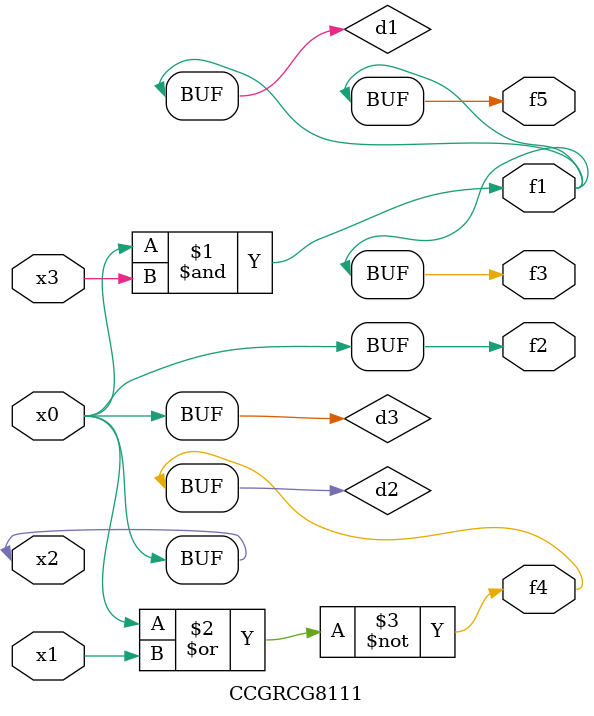
<source format=v>
module CCGRCG8111(
	input x0, x1, x2, x3,
	output f1, f2, f3, f4, f5
);

	wire d1, d2, d3;

	and (d1, x2, x3);
	nor (d2, x0, x1);
	buf (d3, x0, x2);
	assign f1 = d1;
	assign f2 = d3;
	assign f3 = d1;
	assign f4 = d2;
	assign f5 = d1;
endmodule

</source>
